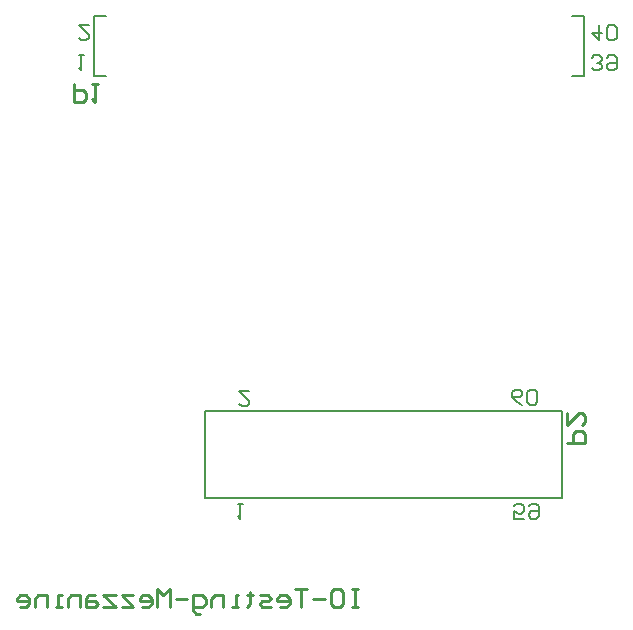
<source format=gbo>
%FSTAX24Y24*%
%MOMM*%
%SFA1B1*%

%IPPOS*%
%ADD19C,0.250000*%
%ADD36C,0.200000*%
%ADD39C,0.200000*%
%LNio-testing-mezzanine-1*%
%LPD*%
G54D19*
X406499Y139899D02*
X401399D01*
X403899*
Y124599*
X406499*
X401399*
X386099Y139899D02*
X391199D01*
X393799Y137299*
Y127199*
X391199Y124599*
X386099*
X383599Y127199*
Y137299*
X386099Y139899*
X378499Y132199D02*
X368399D01*
X363299Y139899D02*
X353099D01*
X358199*
Y124599*
X340399D02*
X345499D01*
X348099Y127199*
Y132199*
X345499Y134799*
X340399*
X337899Y132199*
Y129699*
X348099*
X332799Y124599D02*
X325199D01*
X322699Y127199*
X325199Y129699*
X330299*
X332799Y132199*
X330299Y134799*
X322699*
X314999Y137299D02*
Y134799D01*
X317599*
X312499*
X314999*
Y127199*
X312499Y124599*
X304899D02*
X299799D01*
X302399*
Y134799*
X304899*
X292199Y124599D02*
Y134799D01*
X284599*
X281999Y132199*
Y124599*
X271899Y119499D02*
X269299D01*
X266799Y122099*
Y134799*
X274399*
X276999Y132199*
Y127199*
X274399Y124599*
X266799*
X261699Y132199D02*
X251599D01*
X246499Y124599D02*
Y139899D01*
X241399Y134799*
X236299Y139899*
Y124599*
X223599D02*
X228699D01*
X231299Y127199*
Y132199*
X228699Y134799*
X223599*
X221099Y132199*
Y129699*
X231299*
X215999Y134799D02*
X205899D01*
X215999Y124599*
X205899*
X200799Y134799D02*
X190599D01*
X200799Y124599*
X190599*
X182999Y134799D02*
X177899D01*
X175399Y132199*
Y124599*
X182999*
X185599Y127199*
X182999Y129699*
X175399*
X170299Y124599D02*
Y134799D01*
X162699*
X160199Y132199*
Y124599*
X155099D02*
X149999D01*
X152499*
Y134799*
X155099*
X142399Y124599D02*
Y134799D01*
X134799*
X132199Y132199*
Y124599*
X119499D02*
X124599D01*
X127199Y127199*
Y132199*
X124599Y134799*
X119499*
X116999Y132199*
Y129699*
X127199*
X165799Y567699D02*
Y552499D01*
X173399*
X175999Y554999*
Y560099*
X173399Y562599*
X165799*
X180999Y567699D02*
X186099D01*
X183599*
Y552499*
X180999Y554999*
X582999Y263999D02*
X598199D01*
Y271599*
X595699Y274199*
X590599*
X588099Y271599*
Y263999*
X582999Y289399D02*
Y279199D01*
X593199Y289399*
X595699*
X598199Y286899*
Y281799*
X595699Y279199*
G54D36*
X587399Y574399D02*
X597499D01*
X587399Y625199D02*
X597499D01*
X182199D02*
X192399D01*
X182199Y574399D02*
X192399D01*
X597499D02*
Y625199D01*
X182199Y574399D02*
Y625199D01*
X276399Y217699D02*
X578599D01*
Y291299*
X276399D02*
X578599D01*
X276399Y217699D02*
Y291299D01*
G54D39*
X169499Y592199D02*
X173799D01*
X171599*
Y579499*
X169499Y581599*
X603899D02*
X605999Y579499D01*
X610199*
X612299Y581599*
Y583799*
X610199Y585899*
X608099*
X610199*
X612299Y587999*
Y590099*
X610199Y592199*
X605999*
X603899Y590099*
X616599D02*
X618699Y592199D01*
X622899*
X624999Y590099*
Y581599*
X622899Y579499*
X618699*
X616599Y581599*
Y583799*
X618699Y585899*
X624999*
X610199Y617599D02*
Y604899D01*
X603899Y611299*
X612299*
X616599Y606999D02*
X618699Y604899D01*
X622899*
X624999Y606999*
Y615499*
X622899Y617599*
X618699*
X616599Y615499*
Y606999*
X177999Y617599D02*
X169499D01*
X177999Y609199*
Y606999*
X175899Y604899*
X171599*
X169499Y606999*
X313999Y307799D02*
X305599D01*
X313999Y299399*
Y297299*
X311899Y295099*
X307699*
X305599Y297299*
X545099Y296299D02*
X540799Y298399D01*
X536599Y302699*
Y306899*
X538699Y308999*
X542999*
X545099Y306899*
Y3048*
X542999Y302699*
X536599*
X549299Y298399D02*
X551399Y296299D01*
X555699*
X557799Y298399*
Y306899*
X555699Y308999*
X551399*
X549299Y306899*
Y298399*
X546499Y199899D02*
X537999D01*
Y206199*
X542199Y204099*
X544299*
X546499Y206199*
Y210499*
X544299Y212599*
X540099*
X537999Y210499*
X550699D02*
X552799Y212599D01*
X556999*
X559099Y210499*
Y201999*
X556999Y199899*
X552799*
X550699Y201999*
Y204099*
X552799Y206199*
X559099*
X304299Y212599D02*
X308499D01*
X306399*
Y199899*
X304299Y201999*
M02*
</source>
